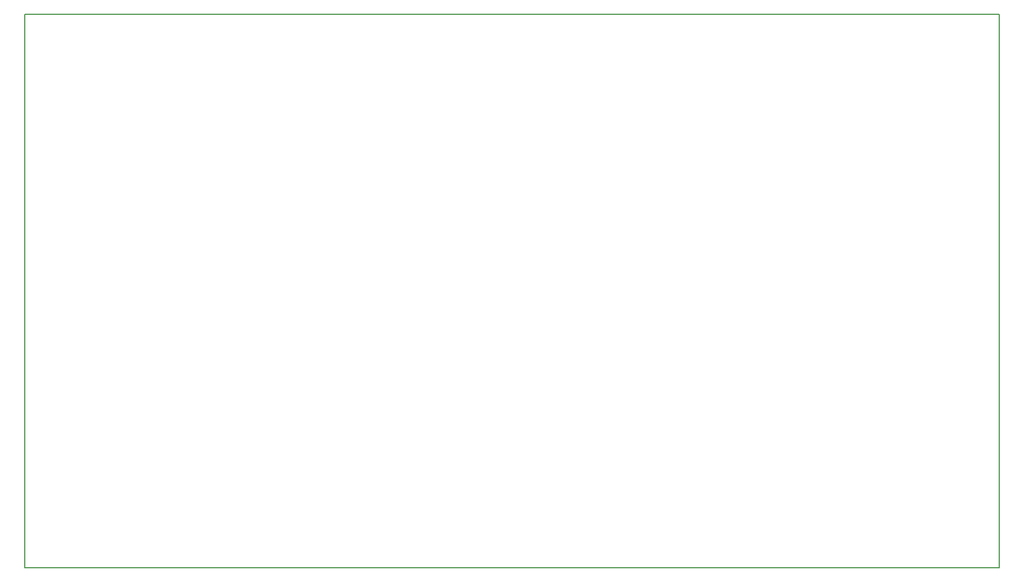
<source format=gbr>
%TF.GenerationSoftware,KiCad,Pcbnew,(6.0.9)*%
%TF.CreationDate,2022-12-05T20:20:54+01:00*%
%TF.ProjectId,projekt,70726f6a-656b-4742-9e6b-696361645f70,rev?*%
%TF.SameCoordinates,Original*%
%TF.FileFunction,Profile,NP*%
%FSLAX46Y46*%
G04 Gerber Fmt 4.6, Leading zero omitted, Abs format (unit mm)*
G04 Created by KiCad (PCBNEW (6.0.9)) date 2022-12-05 20:20:54*
%MOMM*%
%LPD*%
G01*
G04 APERTURE LIST*
%TA.AperFunction,Profile*%
%ADD10C,0.150000*%
%TD*%
G04 APERTURE END LIST*
D10*
X20000000Y-20000000D02*
X170000000Y-20000000D01*
X170000000Y-20000000D02*
X170000000Y-105330000D01*
X170000000Y-105330000D02*
X20000000Y-105330000D01*
X20000000Y-105330000D02*
X20000000Y-20000000D01*
M02*

</source>
